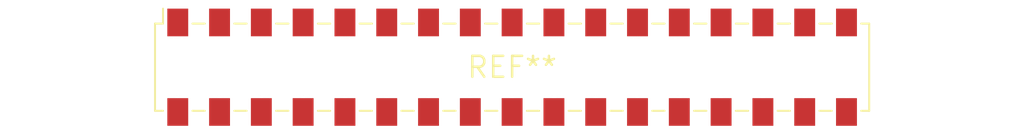
<source format=kicad_pcb>
(kicad_pcb (version 20240108) (generator pcbnew)
  (layers (0 "F.Cu" signal) (31 "B.Cu" signal) (34 "B.Paste" user) (35 "F.Paste" user) (36 "B.SilkS" user "B.Silkscreen") (37 "F.SilkS" user "F.Silkscreen") (38 "B.Mask" user) (39 "F.Mask" user) (44 "Edge.Cuts" user))
  (net 0 "")
  (footprint "Samtec_HLE-117-02-xxx-DV-BE-A_2x17_P2.54mm_Horizontal" (layer "F.Cu") (at 0 0)
    (property "Reference" "REF**")
    (property "Value" "Samtec_HLE-117-02-xxx-DV-BE-A_2x17_P2.54mm_Horizontal")
    (fp_line (start -21.7 -2.65) (end -21.7 2.65) (layer "F.SilkS") (stroke (width 0.12)))
    (fp_line (start -21.7 2.65) (end -21.215 2.65) (layer "F.SilkS") (stroke (width 0.12)))
    (fp_line (start -21.215 -3.56) (end -21.215 -2.65) (layer "F.SilkS") (stroke (width 0.12)))
    (fp_line (start -21.215 -2.65) (end -21.7 -2.65) (layer "F.SilkS") (stroke (width 0.12)))
    (fp_line (start -19.425 -2.65) (end -18.675 -2.65) (layer "F.SilkS") (stroke (width 0.12)))
    (fp_line (start -19.425 2.65) (end -18.675 2.65) (layer "F.SilkS") (stroke (width 0.12)))
    (fp_line (start -16.885 -2.65) (end -16.135 -2.65) (layer "F.SilkS") (stroke (width 0.12)))
    (fp_line (start -16.885 2.65) (end -16.135 2.65) (layer "F.SilkS") (stroke (width 0.12)))
    (fp_line (start -14.345 -2.65) (end -13.595 -2.65) (layer "F.SilkS") (stroke (width 0.12)))
    (fp_line (start -14.345 2.65) (end -13.595 2.65) (layer "F.SilkS") (stroke (width 0.12)))
    (fp_line (start -11.805 -2.65) (end -11.055 -2.65) (layer "F.SilkS") (stroke (width 0.12)))
    (fp_line (start -11.805 2.65) (end -11.055 2.65) (layer "F.SilkS") (stroke (width 0.12)))
    (fp_line (start -9.265 -2.65) (end -8.515 -2.65) (layer "F.SilkS") (stroke (width 0.12)))
    (fp_line (start -9.265 2.65) (end -8.515 2.65) (layer "F.SilkS") (stroke (width 0.12)))
    (fp_line (start -6.725 -2.65) (end -5.975 -2.65) (layer "F.SilkS") (stroke (width 0.12)))
    (fp_line (start -6.725 2.65) (end -5.975 2.65) (layer "F.SilkS") (stroke (width 0.12)))
    (fp_line (start -4.185 -2.65) (end -3.435 -2.65) (layer "F.SilkS") (stroke (width 0.12)))
    (fp_line (start -4.185 2.65) (end -3.435 2.65) (layer "F.SilkS") (stroke (width 0.12)))
    (fp_line (start -1.645 -2.65) (end -0.895 -2.65) (layer "F.SilkS") (stroke (width 0.12)))
    (fp_line (start -1.645 2.65) (end -0.895 2.65) (layer "F.SilkS") (stroke (width 0.12)))
    (fp_line (start 0.895 -2.65) (end 1.645 -2.65) (layer "F.SilkS") (stroke (width 0.12)))
    (fp_line (start 0.895 2.65) (end 1.645 2.65) (layer "F.SilkS") (stroke (width 0.12)))
    (fp_line (start 3.435 -2.65) (end 4.185 -2.65) (layer "F.SilkS") (stroke (width 0.12)))
    (fp_line (start 3.435 2.65) (end 4.185 2.65) (layer "F.SilkS") (stroke (width 0.12)))
    (fp_line (start 5.975 -2.65) (end 6.725 -2.65) (layer "F.SilkS") (stroke (width 0.12)))
    (fp_line (start 5.975 2.65) (end 6.725 2.65) (layer "F.SilkS") (stroke (width 0.12)))
    (fp_line (start 8.515 -2.65) (end 9.265 -2.65) (layer "F.SilkS") (stroke (width 0.12)))
    (fp_line (start 8.515 2.65) (end 9.265 2.65) (layer "F.SilkS") (stroke (width 0.12)))
    (fp_line (start 11.055 -2.65) (end 11.805 -2.65) (layer "F.SilkS") (stroke (width 0.12)))
    (fp_line (start 11.055 2.65) (end 11.805 2.65) (layer "F.SilkS") (stroke (width 0.12)))
    (fp_line (start 13.595 -2.65) (end 14.345 -2.65) (layer "F.SilkS") (stroke (width 0.12)))
    (fp_line (start 13.595 2.65) (end 14.345 2.65) (layer "F.SilkS") (stroke (width 0.12)))
    (fp_line (start 16.135 -2.65) (end 16.885 -2.65) (layer "F.SilkS") (stroke (width 0.12)))
    (fp_line (start 16.135 2.65) (end 16.885 2.65) (layer "F.SilkS") (stroke (width 0.12)))
    (fp_line (start 18.675 -2.65) (end 19.425 -2.65) (layer "F.SilkS") (stroke (width 0.12)))
    (fp_line (start 18.675 2.65) (end 19.425 2.65) (layer "F.SilkS") (stroke (width 0.12)))
    (fp_line (start 21.215 -2.65) (end 21.7 -2.65) (layer "F.SilkS") (stroke (width 0.12)))
    (fp_line (start 21.7 -2.65) (end 21.7 2.65) (layer "F.SilkS") (stroke (width 0.12)))
    (fp_line (start 21.7 2.65) (end 21.215 2.65) (layer "F.SilkS") (stroke (width 0.12)))
    (pad "" np_thru_hole circle (at -20.32 -1.27) (size 0.97 0.97) (drill 0.97) (layers *.Cu *.Mask))
    (pad "" np_thru_hole circle (at -20.32 1.27) (size 0.97 0.97) (drill 0.97) (layers *.Cu *.Mask))
    (pad "" np_thru_hole circle (at -19.05 0) (size 1.78 1.78) (drill 1.78) (layers *.Cu *.Mask))
    (pad "" np_thru_hole circle (at -17.78 -1.27) (size 0.97 0.97) (drill 0.97) (layers *.Cu *.Mask))
    (pad "" np_thru_hole circle (at -17.78 1.27) (size 0.97 0.97) (drill 0.97) (layers *.Cu *.Mask))
    (pad "" np_thru_hole circle (at -15.24 -1.27) (size 0.97 0.97) (drill 0.97) (layers *.Cu *.Mask))
    (pad "" np_thru_hole circle (at -15.24 1.27) (size 0.97 0.97) (drill 0.97) (layers *.Cu *.Mask))
    (pad "" np_thru_hole circle (at -12.7 -1.27) (size 0.97 0.97) (drill 0.97) (layers *.Cu *.Mask))
    (pad "" np_thru_hole circle (at -12.7 1.27) (size 0.97 0.97) (drill 0.97) (layers *.Cu *.Mask))
    (pad "" np_thru_hole circle (at -10.16 -1.27) (size 0.97 0.97) (drill 0.97) (layers *.Cu *.Mask))
    (pad "" np_thru_hole circle (at -10.16 1.27) (size 0.97 0.97) (drill 0.97) (layers *.Cu *.Mask))
    (pad "" np_thru_hole circle (at -7.62 -1.27) (size 0.97 0.97) (drill 0.97) (layers *.Cu *.Mask))
    (pad "" np_thru_hole circle (at -7.62 1.27) (size 0.97 0.97) (drill 0.97) (layers *.Cu *.Mask))
    (pad "" np_thru_hole circle (at -5.08 -1.27) (size 0.97 0.97) (drill 0.97) (layers *.Cu *.Mask))
    (pad "" np_thru_hole circle (at -5.08 1.27) (size 0.97 0.97) (drill 0.97) (layers *.Cu *.Mask))
    (pad "" np_thru_hole circle (at -2.54 -1.27) (size 0.97 0.97) (drill 0.97) (layers *.Cu *.Mask))
    (pad "" np_thru_hole circle (at -2.54 1.27) (size 0.97 0.97) (drill 0.97) (layers *.Cu *.Mask))
    (pad "" np_thru_hole circle (at 0 -1.27) (size 0.97 0.97) (drill 0.97) (layers *.Cu *.Mask))
    (pad "" np_thru_hole circle (at 0 1.27) (size 0.97 0.97) (drill 0.97) (layers *.Cu *.Mask))
    (pad "" np_thru_hole circle (at 2.54 -1.27) (size 0.97 0.97) (drill 0.97) (layers *.Cu *.Mask))
    (pad "" np_thru_hole circle (at 2.54 1.27) (size 0.97 0.97) (drill 0.97) (layers *.Cu *.Mask))
    (pad "" np_thru_hole circle (at 5.08 -1.27) (size 0.97 0.97) (drill 0.97) (layers *.Cu *.Mask))
    (pad "" np_thru_hole circle (at 5.08 1.27) (size 0.97 0.97) (drill 0.97) (layers *.Cu *.Mask))
    (pad "" np_thru_hole circle (at 7.62 -1.27) (size 0.97 0.97) (drill 0.97) (layers *.Cu *.Mask))
    (pad "" np_thru_hole circle (at 7.62 1.27) (size 0.97 0.97) (drill 0.97) (layers *.Cu *.Mask))
    (pad "" np_thru_hole circle (at 10.16 -1.27) (size 0.97 0.97) (drill 0.97) (layers *.Cu *.Mask))
    (pad "" np_thru_hole circle (at 10.16 1.27) (size 0.97 0.97) (drill 0.97) (layers *.Cu *.Mask))
    (pad "" np_thru_hole circle (at 12.7 -1.27) (size 0.97 0.97) (drill 0.97) (layers *.Cu *.Mask))
    (pad "" np_thru_hole circle (at 12.7 1.27) (size 0.97 0.97) (drill 0.97) (layers *.Cu *.Mask))
    (pad "" np_thru_hole circle (at 15.24 -1.27) (size 0.97 0.97) (drill 0.97) (layers *.Cu *.Mask))
    (pad "" np_thru_hole circle (at 15.24 1.27) (size 0.97 0.97) (drill 0.97) (layers *.Cu *.Mask))
    (pad "" np_thru_hole circle (at 17.78 -1.27) (size 0.97 0.97) (drill 0.97) (layers *.Cu *.Mask))
    (pad "" np_thru_hole circle (at 17.78 1.27) (size 0.97 0.97) (drill 0.97) (layers *.Cu *.Mask))
    (pad "" np_thru_hole circle (at 19.05 0) (size 1.78 1.78) (drill 1.78) (layers *.Cu *.Mask))
    (pad "" np_thru_hole circle (at 20.32 -1.27) (size 0.97 0.97) (drill 0.97) (layers *.Cu *.Mask))
    (pad "" np_thru_hole circle (at 20.32 1.27) (size 0.97 0.97) (drill 0.97) (layers *.Cu *.Mask))
    (pad "1" smd rect (at -20.32 -2.72) (size 1.27 1.68) (layers "F.Cu" "F.Paste" "F.Mask"))
    (pad "2" smd rect (at -20.32 2.72) (size 1.27 1.68) (layers "F.Cu" "F.Paste" "F.Mask"))
    (pad "3" smd rect (at -17.78 -2.72) (size 1.27 1.68) (layers "F.Cu" "F.Paste" "F.Mask"))
    (pad "4" smd rect (at -17.78 2.72) (size 1.27 1.68) (layers "F.Cu" "F.Paste" "F.Mask"))
    (pad "5" smd rect (at -15.24 -2.72) (size 1.27 1.68) (layers "F.Cu" "F.Paste" "F.Mask"))
    (pad "6" smd rect (at -15.24 2.72) (size 1.27 1.68) (layers "F.Cu" "F.Paste" "F.Mask"))
    (pad "7" smd rect (at -12.7 -2.72) (size 1.27 1.68) (layers "F.Cu" "F.Paste" "F.Mask"))
    (pad "8" smd rect (at -12.7 2.72) (size 1.27 1.68) (layers "F.Cu" "F.Paste" "F.Mask"))
    (pad "9" smd rect (at -10.16 -2.72) (size 1.27 1.68) (layers "F.Cu" "F.Paste" "F.Mask"))
    (pad "10" smd rect (at -10.16 2.72) (size 1.27 1.68) (layers "F.Cu" "F.Paste" "F.Mask"))
    (pad "11" smd rect (at -7.62 -2.72) (size 1.27 1.68) (layers "F.Cu" "F.Paste" "F.Mask"))
    (pad "12" smd rect (at -7.62 2.72) (size 1.27 1.68) (layers "F.Cu" "F.Paste" "F.Mask"))
    (pad "13" smd rect (at -5.08 -2.72) (size 1.27 1.68) (layers "F.Cu" "F.Paste" "F.Mask"))
    (pad "14" smd rect (at -5.08 2.72) (size 1.27 1.68) (layers "F.Cu" "F.Paste" "F.Mask"))
    (pad "15" smd rect (at -2.54 -2.72) (size 1.27 1.68) (layers "F.Cu" "F.Paste" "F.Mask"))
    (pad "16" smd rect (at -2.54 2.72) (size 1.27 1.68) (layers "F.Cu" "F.Paste" "F.Mask"))
    (pad "17" smd rect (at 0 -2.72) (size 1.27 1.68) (layers "F.Cu" "F.Paste" "F.Mask"))
    (pad "18" smd rect (at 0 2.72) (size 1.27 1.68) (layers "F.Cu" "F.Paste" "F.Mask"))
    (pad "19" smd rect (at 2.54 -2.72) (size 1.27 1.68) (layers "F.Cu" "F.Paste" "F.Mask"))
    (pad "20" smd rect (at 2.54 2.72) (size 1.27 1.68) (layers "F.Cu" "F.Paste" "F.Mask"))
    (pad "21" smd rect (at 5.08 -2.72) (size 1.27 1.68) (layers "F.Cu" "F.Paste" "F.Mask"))
    (pad "22" smd rect (at 5.08 2.72) (size 1.27 1.68) (layers "F.Cu" "F.Paste" "F.Mask"))
    (pad "23" smd rect (at 7.62 -2.72) (size 1.27 1.68) (layers "F.Cu" "F.Paste" "F.Mask"))
    (pad "24" smd rect (at 7.62 2.72) (size 1.27 1.68) (layers "F.Cu" "F.Paste" "F.Mask"))
    (pad "25" smd rect (at 10.16 -2.72) (size 1.27 1.68) (layers "F.Cu" "F.Paste" "F.Mask"))
    (pad "26" smd rect (at 10.16 2.72) (size 1.27 1.68) (layers "F.Cu" "F.Paste" "F.Mask"))
    (pad "27" smd rect (at 12.7 -2.72) (size 1.27 1.68) (layers "F.Cu" "F.Paste" "F.Mask"))
    (pad "28" smd rect (at 12.7 2.72) (size 1.27 1.68) (layers "F.Cu" "F.Paste" "F.Mask"))
    (pad "29" smd rect (at 15.24 -2.72) (size 1.27 1.68) (layers "F.Cu" "F.Paste" "F.Mask"))
    (pad "30" smd rect (at 15.24 2.72) (size 1.27 1.68) (layers "F.Cu" "F.Paste" "F.Mask"))
    (pad "31" smd rect (at 17.78 -2.72) (size 1.27 1.68) (layers "F.Cu" "F.Paste" "F.Mask"))
    (pad "32" smd rect (at 17.78 2.72) (size 1.27 1.68) (layers "F.Cu" "F.Paste" "F.Mask"))
    (pad "33" smd rect (at 20.32 -2.72) (size 1.27 1.68) (layers "F.Cu" "F.Paste" "F.Mask"))
    (pad "34" smd rect (at 20.32 2.72) (size 1.27 1.68) (layers "F.Cu" "F.Paste" "F.Mask"))
  )
)
</source>
